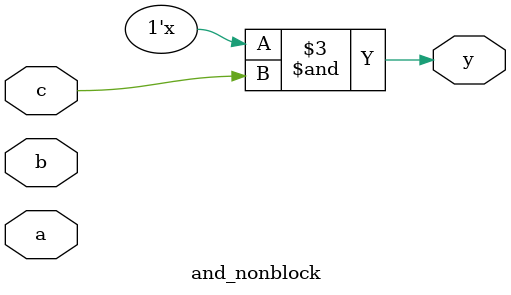
<source format=v>
module and_nonblock
  (
  input wire a, b, c,
  output reg y
  );

  always @*
  begin             // y$_{entry}$ =  y
     y <= a;        // y$_{exit}$ = a
     y <= y & b;    // y$_{exit}$ = y$_{entry}$ \& b
     y <= y & c;    // y$_{exit}$ = y$_{entry}$ \& c
  end               // y = y$_{exit}$

endmodule

</source>
